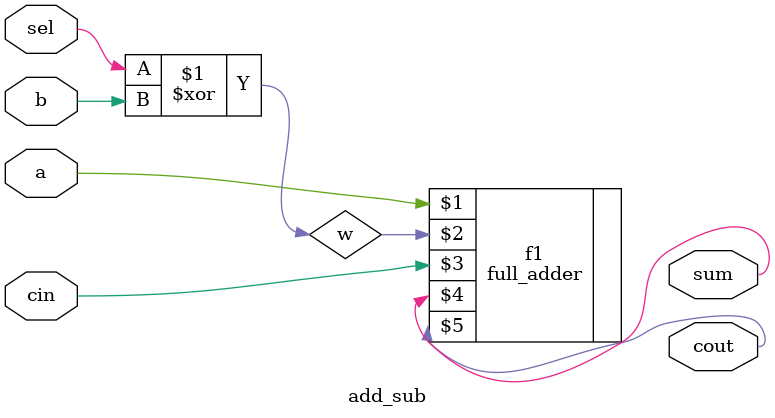
<source format=v>
/*--  *******************************************************
--  Computer Architecture Course, Laboratory Sources 
--  Amirkabir University of Technology (Tehran Polytechnic)
--  Department of Computer Engineering (CE-AUT)
--  https://ce[dot]aut[dot]ac[dot]ir
--  *******************************************************
--  All Rights reserved (C) 2019-2020
--  *******************************************************
--  Student ID  : 
--  Student Name: 
--  Student Mail: 
--  *******************************************************
--  Additional Comments:
--
--*/

/*-----------------------------------------------------------
---  Module Name: Single Bit Adder/Subtractor
---  Description: Lab 07 Part 1
-----------------------------------------------------------*/
`timescale 1 ns/1 ns

module add_sub (
	input a ,
	input b ,
	input cin ,
	input sel ,
	output sum ,
	output cout
);

	wire w;
	xor g1(w,sel,b);
	full_adder f1(a,w,cin,sum,cout);

endmodule

</source>
